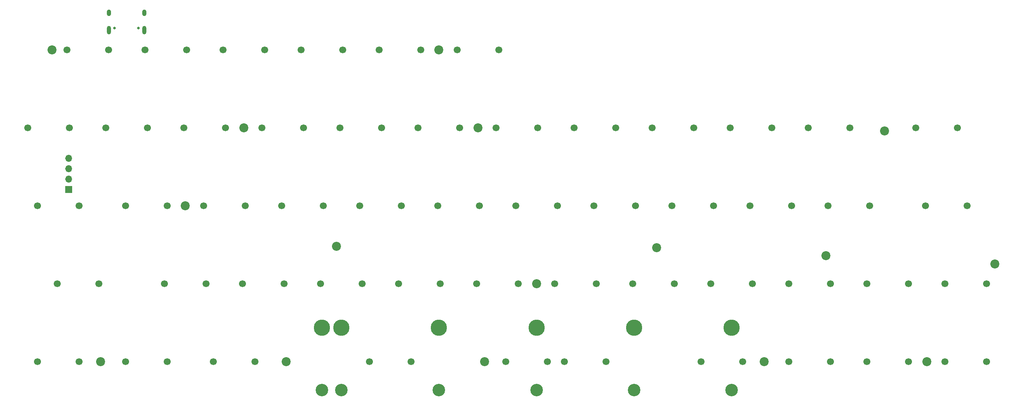
<source format=gbr>
%TF.GenerationSoftware,KiCad,Pcbnew,8.0.8*%
%TF.CreationDate,2025-02-11T14:29:33+01:00*%
%TF.ProjectId,vootington V4N STM32G0B1CBT6,766f6f74-696e-4677-946f-6e2056344e20,rev?*%
%TF.SameCoordinates,Original*%
%TF.FileFunction,Soldermask,Top*%
%TF.FilePolarity,Negative*%
%FSLAX46Y46*%
G04 Gerber Fmt 4.6, Leading zero omitted, Abs format (unit mm)*
G04 Created by KiCad (PCBNEW 8.0.8) date 2025-02-11 14:29:33*
%MOMM*%
%LPD*%
G01*
G04 APERTURE LIST*
%ADD10C,2.200000*%
%ADD11C,1.700000*%
%ADD12C,3.048000*%
%ADD13C,3.987800*%
%ADD14R,1.700000X1.700000*%
%ADD15O,1.700000X1.700000*%
%ADD16C,0.650000*%
%ADD17O,1.000000X1.600000*%
%ADD18O,1.000000X2.100000*%
G04 APERTURE END LIST*
D10*
%TO.C,H10*%
X142875000Y-98425000D03*
%TD*%
%TO.C,H6*%
X106744954Y-70226862D03*
%TD*%
D11*
%TO.C,K_33*%
X83820000Y-79375000D03*
X93980000Y-79375000D03*
%TD*%
%TO.C,K_25*%
X150495000Y-60325000D03*
X160655000Y-60325000D03*
%TD*%
%TO.C,K_32*%
X64770000Y-79375000D03*
X74930000Y-79375000D03*
%TD*%
%TO.C,K_45*%
X76676250Y-98425000D03*
X86836250Y-98425000D03*
%TD*%
%TO.C,K_30*%
X250507500Y-60325000D03*
X260667500Y-60325000D03*
%TD*%
%TO.C,K_10*%
X88582500Y-41275000D03*
X98742500Y-41275000D03*
%TD*%
%TO.C,K_20*%
X55245000Y-60325000D03*
X65405000Y-60325000D03*
%TD*%
D10*
%TO.C,H13*%
X240506250Y-42068750D03*
%TD*%
D11*
%TO.C,K_28*%
X207645000Y-60325000D03*
X217805000Y-60325000D03*
%TD*%
%TO.C,K_16*%
X202882500Y-41275000D03*
X213042500Y-41275000D03*
%TD*%
%TO.C,K_44*%
X55245000Y-98425000D03*
X65405000Y-98425000D03*
%TD*%
D10*
%TO.C,H2*%
X131762500Y-22225000D03*
%TD*%
D11*
%TO.C,K_38*%
X179070000Y-79375000D03*
X189230000Y-79375000D03*
%TD*%
%TO.C,K_15*%
X183832500Y-41275000D03*
X193992500Y-41275000D03*
%TD*%
%TO.C,K_26*%
X169545000Y-60325000D03*
X179705000Y-60325000D03*
%TD*%
D10*
%TO.C,H7*%
X94456250Y-98425000D03*
%TD*%
D11*
%TO.C,K_34*%
X102870000Y-79375000D03*
X113030000Y-79375000D03*
%TD*%
%TO.C,K_17*%
X221932500Y-41275000D03*
X232092500Y-41275000D03*
%TD*%
%TO.C,K_23*%
X112395000Y-60325000D03*
X122555000Y-60325000D03*
%TD*%
D10*
%TO.C,H15*%
X250825000Y-98425000D03*
%TD*%
D11*
%TO.C,K_3*%
X79057500Y-22225000D03*
X89217500Y-22225000D03*
%TD*%
%TO.C,K_31*%
X38576250Y-79375000D03*
X48736250Y-79375000D03*
%TD*%
D10*
%TO.C,H14*%
X226218750Y-72531250D03*
%TD*%
D11*
%TO.C,K_36*%
X140970000Y-79375000D03*
X151130000Y-79375000D03*
%TD*%
%TO.C,K_12*%
X126682500Y-41275000D03*
X136842500Y-41275000D03*
%TD*%
%TO.C,K_4*%
X98107500Y-22225000D03*
X108267500Y-22225000D03*
%TD*%
%TO.C,K_27*%
X188595000Y-60325000D03*
X198755000Y-60325000D03*
%TD*%
%TO.C,K_8*%
X50482500Y-41275000D03*
X60642500Y-41275000D03*
%TD*%
D10*
%TO.C,H12*%
X211137500Y-98425000D03*
%TD*%
D11*
%TO.C,K_1*%
X40957500Y-22225000D03*
X51117500Y-22225000D03*
%TD*%
D12*
%TO.C,S1*%
X131762500Y-105410000D03*
D13*
X131762500Y-90170000D03*
D12*
X107950000Y-105410000D03*
D13*
X107950000Y-90170000D03*
%TD*%
D11*
%TO.C,K_39*%
X198120000Y-79375000D03*
X208280000Y-79375000D03*
%TD*%
%TO.C,K_9*%
X69532500Y-41275000D03*
X79692500Y-41275000D03*
%TD*%
D10*
%TO.C,H5*%
X84137500Y-41275000D03*
%TD*%
%TO.C,H11*%
X69850000Y-60325000D03*
%TD*%
D11*
%TO.C,K_11*%
X107632500Y-41275000D03*
X117792500Y-41275000D03*
%TD*%
%TO.C,K_18*%
X248126250Y-41275000D03*
X258286250Y-41275000D03*
%TD*%
%TO.C,K_40*%
X217170000Y-79375000D03*
X227330000Y-79375000D03*
%TD*%
%TO.C,K_13*%
X145732500Y-41275000D03*
X155892500Y-41275000D03*
%TD*%
%TO.C,K_5*%
X117157500Y-22225000D03*
X127317500Y-22225000D03*
%TD*%
D10*
%TO.C,H8*%
X141287500Y-41275000D03*
%TD*%
%TO.C,H16*%
X267493750Y-74612500D03*
%TD*%
%TO.C,H9*%
X184943750Y-70643750D03*
%TD*%
D11*
%TO.C,K_35*%
X121920000Y-79375000D03*
X132080000Y-79375000D03*
%TD*%
%TO.C,K_51*%
X236220000Y-98425000D03*
X246380000Y-98425000D03*
%TD*%
D12*
%TO.C,S2*%
X203193650Y-105410000D03*
D13*
X203193650Y-90170000D03*
D12*
X103181150Y-105410000D03*
D13*
X103181150Y-90170000D03*
%TD*%
D11*
%TO.C,K_6*%
X136207500Y-22225000D03*
X146367500Y-22225000D03*
%TD*%
%TO.C,K_41*%
X236220000Y-79375000D03*
X246380000Y-79375000D03*
%TD*%
%TO.C,K_50*%
X217170000Y-98425000D03*
X227330000Y-98425000D03*
%TD*%
%TO.C,K_48*%
X162401250Y-98425000D03*
X172561250Y-98425000D03*
%TD*%
%TO.C,K_29*%
X226695000Y-60325000D03*
X236855000Y-60325000D03*
%TD*%
%TO.C,K_46*%
X114776250Y-98425000D03*
X124936250Y-98425000D03*
%TD*%
%TO.C,K_22*%
X93345000Y-60325000D03*
X103505000Y-60325000D03*
%TD*%
%TO.C,K_49*%
X195738750Y-98425000D03*
X205898750Y-98425000D03*
%TD*%
%TO.C,K_21*%
X74295000Y-60325000D03*
X84455000Y-60325000D03*
%TD*%
%TO.C,K_14*%
X164782500Y-41275000D03*
X174942500Y-41275000D03*
%TD*%
%TO.C,K_43*%
X33813750Y-98425000D03*
X43973750Y-98425000D03*
%TD*%
D10*
%TO.C,H4*%
X49212500Y-98425000D03*
%TD*%
D11*
%TO.C,K_24*%
X131445000Y-60325000D03*
X141605000Y-60325000D03*
%TD*%
%TO.C,K_19*%
X33813750Y-60325000D03*
X43973750Y-60325000D03*
%TD*%
%TO.C,K_47*%
X148107400Y-98425000D03*
X158267400Y-98425000D03*
%TD*%
%TO.C,K_42*%
X255270000Y-79375000D03*
X265430000Y-79375000D03*
%TD*%
D10*
%TO.C,H1*%
X37306250Y-22225000D03*
%TD*%
D11*
%TO.C,K_7*%
X31432500Y-41275000D03*
X41592500Y-41275000D03*
%TD*%
%TO.C,K_37*%
X160020000Y-79375000D03*
X170180000Y-79375000D03*
%TD*%
%TO.C,K_52*%
X255270000Y-98425000D03*
X265430000Y-98425000D03*
%TD*%
%TO.C,K_2*%
X60007500Y-22225000D03*
X70167500Y-22225000D03*
%TD*%
D10*
%TO.C,H3*%
X155575000Y-79375000D03*
%TD*%
D12*
%TO.C,S3*%
X179387500Y-105410000D03*
D13*
X179387500Y-90170000D03*
D12*
X155575000Y-105410000D03*
D13*
X155575000Y-90170000D03*
%TD*%
D14*
%TO.C,J1*%
X41375000Y-56356250D03*
D15*
X41375000Y-53816250D03*
X41375000Y-51276250D03*
X41375000Y-48736250D03*
%TD*%
D16*
%TO.C,J2*%
X52609000Y-16890625D03*
X58389000Y-16890625D03*
D17*
X51179000Y-13240625D03*
D18*
X51179000Y-17420625D03*
D17*
X59819000Y-13240625D03*
D18*
X59819000Y-17420625D03*
%TD*%
M02*

</source>
